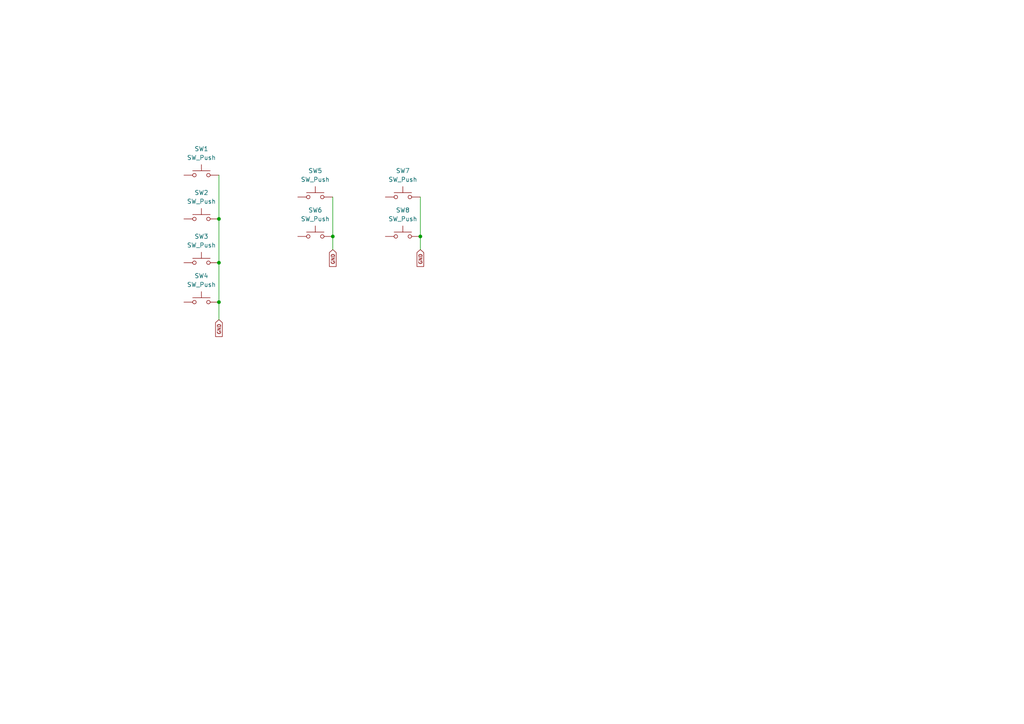
<source format=kicad_sch>
(kicad_sch (version 20230121) (generator eeschema)
  (paper "A4")
  (title_block (title "PiCM3 GBA") (date "2024-01-14") (rev "V1.0") (company "Seth Barberee"))
  (lib_symbols
    (symbol "Switch:SW_Push" (pin_numbers hide) (pin_names (offset 1.016) hide)
      (property "Reference" "SW" (at 1.27 2.54 0))
      (property "Value" "SW_Push" (at 0 -1.524 0))
      (symbol "SW_Push_0_1"
        (circle (center -2.032 0) (radius 0.508))
        (polyline (pts (xy 0 1.27) (xy 0 3.048)))
        (polyline (pts (xy 2.54 1.27) (xy -2.54 1.27)))
        (circle (center 2.032 0) (radius 0.508))
        (pin passive line (at -5.08 0 0) (length 2.54) (name "1") (number "1"))
        (pin passive line (at 5.08 0 180) (length 2.54) (name "2") (number "2"))
      )
    )
  )
  (junction (at 63.5 76.2))
  (junction (at 63.5 63.5))
  (junction (at 63.5 87.63))
  (junction (at 96.52 68.58))
  (junction (at 121.92 68.58))
  (wire (pts (xy 96.52 57.15) (xy 96.52 68.58)))
  (wire (pts (xy 63.5 63.5) (xy 63.5 76.2)))
  (wire (pts (xy 121.92 68.58) (xy 121.92 72.39)))
  (wire (pts (xy 96.52 68.58) (xy 96.52 72.39)))
  (wire (pts (xy 63.5 76.2) (xy 63.5 87.63)))
  (wire (pts (xy 121.92 57.15) (xy 121.92 68.58)))
  (wire (pts (xy 63.5 50.8) (xy 63.5 63.5)))
  (wire (pts (xy 63.5 87.63) (xy 63.5 92.71)))
  (global_label "GND" (shape input) (at 121.92 72.39 270) (effects (font (size 0.9906 0.9906))) (property "Intersheetrefs" "${INTERSHEET_REFS}" (effects hide)))
  (global_label "GND" (shape input) (at 96.52 72.39 270) (effects (font (size 0.9906 0.9906))) (property "Intersheetrefs" "${INTERSHEET_REFS}" (effects hide)))
  (global_label "GND" (shape input) (at 63.5 92.71 270) (effects (font (size 0.9906 0.9906))) (property "Intersheetrefs" "${INTERSHEET_REFS}" (effects hide)))
  (symbol (lib_id "Switch:SW_Push") (at 116.84 57.15 0) (unit 1)
    (property "Reference" "SW7" (at 116.84 49.53 0))
    (property "Value" "SW_Push" (at 116.84 52.07 0))
  )
  (symbol (lib_id "Switch:SW_Push") (at 58.42 63.5 0) (unit 1)
    (property "Reference" "SW2" (at 58.42 55.88 0))
    (property "Value" "SW_Push" (at 58.42 58.42 0))
  )
  (symbol (lib_id "Switch:SW_Push") (at 91.44 57.15 0) (unit 1)
    (property "Reference" "SW5" (at 91.44 49.53 0))
    (property "Value" "SW_Push" (at 91.44 52.07 0))
  )
  (symbol (lib_id "Switch:SW_Push") (at 58.42 87.63 0) (unit 1)
    (property "Reference" "SW4" (at 58.42 80.01 0))
    (property "Value" "SW_Push" (at 58.42 82.55 0))
  )
  (symbol (lib_id "Switch:SW_Push") (at 91.44 68.58 0) (unit 1)
    (property "Reference" "SW6" (at 91.44 60.96 0))
    (property "Value" "SW_Push" (at 91.44 63.5 0))
  )
  (symbol (lib_id "Switch:SW_Push") (at 58.42 50.8 0) (unit 1)
    (property "Reference" "SW1" (at 58.42 43.18 0))
    (property "Value" "SW_Push" (at 58.42 45.72 0))
  )
  (symbol (lib_id "Switch:SW_Push") (at 58.42 76.2 0) (unit 1)
    (property "Reference" "SW3" (at 58.42 68.58 0))
    (property "Value" "SW_Push" (at 58.42 71.12 0))
  )
  (symbol (lib_id "Switch:SW_Push") (at 116.84 68.58 0) (unit 1)
    (property "Reference" "SW8" (at 116.84 60.96 0))
    (property "Value" "SW_Push" (at 116.84 63.5 0))
  )
)
</source>
